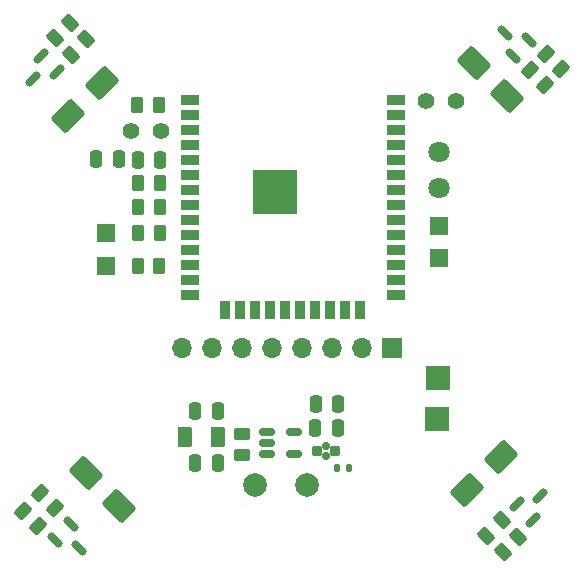
<source format=gbr>
%TF.GenerationSoftware,KiCad,Pcbnew,9.0.0-9.0.0-2~ubuntu22.04.1*%
%TF.CreationDate,2025-03-12T10:46:36+01:00*%
%TF.ProjectId,nano_drone,6e616e6f-5f64-4726-9f6e-652e6b696361,rev?*%
%TF.SameCoordinates,Original*%
%TF.FileFunction,Soldermask,Top*%
%TF.FilePolarity,Negative*%
%FSLAX46Y46*%
G04 Gerber Fmt 4.6, Leading zero omitted, Abs format (unit mm)*
G04 Created by KiCad (PCBNEW 9.0.0-9.0.0-2~ubuntu22.04.1) date 2025-03-12 10:46:36*
%MOMM*%
%LPD*%
G01*
G04 APERTURE LIST*
G04 Aperture macros list*
%AMRoundRect*
0 Rectangle with rounded corners*
0 $1 Rounding radius*
0 $2 $3 $4 $5 $6 $7 $8 $9 X,Y pos of 4 corners*
0 Add a 4 corners polygon primitive as box body*
4,1,4,$2,$3,$4,$5,$6,$7,$8,$9,$2,$3,0*
0 Add four circle primitives for the rounded corners*
1,1,$1+$1,$2,$3*
1,1,$1+$1,$4,$5*
1,1,$1+$1,$6,$7*
1,1,$1+$1,$8,$9*
0 Add four rect primitives between the rounded corners*
20,1,$1+$1,$2,$3,$4,$5,0*
20,1,$1+$1,$4,$5,$6,$7,0*
20,1,$1+$1,$6,$7,$8,$9,0*
20,1,$1+$1,$8,$9,$2,$3,0*%
G04 Aperture macros list end*
%ADD10RoundRect,0.150000X-0.309359X-0.521491X0.521491X0.309359X0.309359X0.521491X-0.521491X-0.309359X0*%
%ADD11RoundRect,0.250000X0.247487X1.166726X-1.166726X-0.247487X-0.247487X-1.166726X1.166726X0.247487X0*%
%ADD12RoundRect,0.250000X0.262500X0.450000X-0.262500X0.450000X-0.262500X-0.450000X0.262500X-0.450000X0*%
%ADD13RoundRect,0.250000X-1.166726X0.247487X0.247487X-1.166726X1.166726X-0.247487X-0.247487X1.166726X0*%
%ADD14R,1.500000X1.500000*%
%ADD15R,2.000000X2.000000*%
%ADD16R,1.500000X0.900000*%
%ADD17R,0.900000X1.500000*%
%ADD18C,0.600000*%
%ADD19R,3.800000X3.800000*%
%ADD20RoundRect,0.250000X0.503814X0.132583X0.132583X0.503814X-0.503814X-0.132583X-0.132583X-0.503814X0*%
%ADD21C,1.400000*%
%ADD22RoundRect,0.250000X-0.250000X-0.475000X0.250000X-0.475000X0.250000X0.475000X-0.250000X0.475000X0*%
%ADD23RoundRect,0.250000X-0.262500X-0.450000X0.262500X-0.450000X0.262500X0.450000X-0.262500X0.450000X0*%
%ADD24RoundRect,0.250000X-0.503814X-0.132583X-0.132583X-0.503814X0.503814X0.132583X0.132583X0.503814X0*%
%ADD25RoundRect,0.250000X0.250000X0.475000X-0.250000X0.475000X-0.250000X-0.475000X0.250000X-0.475000X0*%
%ADD26RoundRect,0.250000X0.132583X-0.503814X0.503814X-0.132583X-0.132583X0.503814X-0.503814X0.132583X0*%
%ADD27RoundRect,0.250000X-0.375000X-0.625000X0.375000X-0.625000X0.375000X0.625000X-0.375000X0.625000X0*%
%ADD28RoundRect,0.250000X-0.132583X0.503814X-0.503814X0.132583X0.132583X-0.503814X0.503814X-0.132583X0*%
%ADD29C,1.800000*%
%ADD30RoundRect,0.150000X0.521491X-0.309359X-0.309359X0.521491X-0.521491X0.309359X0.309359X-0.521491X0*%
%ADD31RoundRect,0.150000X0.309359X0.521491X-0.521491X-0.309359X-0.309359X-0.521491X0.521491X0.309359X0*%
%ADD32R,1.700000X1.700000*%
%ADD33O,1.700000X1.700000*%
%ADD34RoundRect,0.250000X1.166726X-0.247487X-0.247487X1.166726X-1.166726X0.247487X0.247487X-1.166726X0*%
%ADD35RoundRect,0.102000X-0.300000X-0.300000X0.300000X-0.300000X0.300000X0.300000X-0.300000X0.300000X0*%
%ADD36RoundRect,0.102000X-0.200000X-0.200000X0.200000X-0.200000X0.200000X0.200000X-0.200000X0.200000X0*%
%ADD37RoundRect,0.250000X-0.450000X0.262500X-0.450000X-0.262500X0.450000X-0.262500X0.450000X0.262500X0*%
%ADD38C,2.000000*%
%ADD39RoundRect,0.150000X-0.512500X-0.150000X0.512500X-0.150000X0.512500X0.150000X-0.512500X0.150000X0*%
%ADD40RoundRect,0.250000X-0.247487X-1.166726X1.166726X0.247487X0.247487X1.166726X-1.166726X-0.247487X0*%
%ADD41RoundRect,0.147500X-0.147500X-0.172500X0.147500X-0.172500X0.147500X0.172500X-0.147500X0.172500X0*%
%ADD42RoundRect,0.150000X-0.521491X0.309359X0.309359X-0.521491X0.521491X-0.309359X-0.309359X0.521491X0*%
G04 APERTURE END LIST*
D10*
%TO.C,Q3*%
X168238038Y-118446393D03*
X169581541Y-119789896D03*
X170235615Y-117792319D03*
%TD*%
D11*
%TO.C,D2*%
X133084360Y-82796071D03*
X130255932Y-85624499D03*
%TD*%
D12*
%TO.C,R2*%
X137959360Y-98296071D03*
X136134360Y-98296071D03*
%TD*%
D13*
%TO.C,D5*%
X131755932Y-115792643D03*
X134584360Y-118621071D03*
%TD*%
D14*
%TO.C,TP5*%
X161638038Y-97596393D03*
%TD*%
D15*
%TO.C,TP1*%
X161504360Y-111236071D03*
%TD*%
D16*
%TO.C,U1*%
X140538038Y-84266393D03*
X140538038Y-85536393D03*
X140538038Y-86806393D03*
X140538038Y-88076393D03*
X140538038Y-89346393D03*
X140538038Y-90616393D03*
X140538038Y-91886393D03*
X140538038Y-93156393D03*
X140538038Y-94426393D03*
X140538038Y-95696393D03*
X140538038Y-96966393D03*
X140538038Y-98236393D03*
X140538038Y-99506393D03*
X140538038Y-100776393D03*
D17*
X143578038Y-102026393D03*
X144848038Y-102026393D03*
X146118038Y-102026393D03*
X147388038Y-102026393D03*
X148658038Y-102026393D03*
X149928038Y-102026393D03*
X151198038Y-102026393D03*
X152468038Y-102026393D03*
X153738038Y-102026393D03*
X155008038Y-102026393D03*
D16*
X158038038Y-100776393D03*
X158038038Y-99506393D03*
X158038038Y-98236393D03*
X158038038Y-96966393D03*
X158038038Y-95696393D03*
X158038038Y-94426393D03*
X158038038Y-93156393D03*
X158038038Y-91886393D03*
X158038038Y-90616393D03*
X158038038Y-89346393D03*
X158038038Y-88076393D03*
X158038038Y-86806393D03*
X158038038Y-85536393D03*
X158038038Y-84266393D03*
D18*
X146388038Y-91286393D03*
X146388038Y-92686393D03*
X147088038Y-90586393D03*
X147088038Y-91986393D03*
X147088038Y-93386393D03*
X147763038Y-91286393D03*
X147763038Y-92686393D03*
D19*
X147788038Y-91986393D03*
D18*
X148488038Y-90586393D03*
X148488038Y-91986393D03*
X148488038Y-93386393D03*
X149188038Y-91286393D03*
X149188038Y-92686393D03*
%TD*%
D20*
%TO.C,R12*%
X172004595Y-81591306D03*
X170714125Y-80300836D03*
%TD*%
D12*
%TO.C,R1*%
X138009360Y-95496071D03*
X136184360Y-95496071D03*
%TD*%
D21*
%TO.C,JP2*%
X160588038Y-84296393D03*
X163128038Y-84296393D03*
%TD*%
D22*
%TO.C,C1*%
X132634360Y-89246071D03*
X134534360Y-89246071D03*
%TD*%
D23*
%TO.C,R4*%
X136213038Y-91296393D03*
X138038038Y-91296393D03*
%TD*%
D24*
%TO.C,R10*%
X127843890Y-117505601D03*
X129134360Y-118796071D03*
%TD*%
D25*
%TO.C,C3*%
X142938038Y-114996393D03*
X141038038Y-114996393D03*
%TD*%
D24*
%TO.C,R14*%
X126418890Y-119005601D03*
X127709360Y-120296071D03*
%TD*%
D25*
%TO.C,C4*%
X142938038Y-110596393D03*
X141038038Y-110596393D03*
%TD*%
D26*
%TO.C,R9*%
X165668890Y-121111541D03*
X166959360Y-119821071D03*
%TD*%
D27*
%TO.C,F1*%
X140138038Y-112796393D03*
X142938038Y-112796393D03*
%TD*%
D21*
%TO.C,JP1*%
X135588038Y-86896393D03*
X138128038Y-86896393D03*
%TD*%
D26*
%TO.C,R13*%
X167043890Y-122536541D03*
X168334360Y-121246071D03*
%TD*%
D28*
%TO.C,R11*%
X130399830Y-77680601D03*
X129109360Y-78971071D03*
%TD*%
D29*
%TO.C,H4*%
X161638038Y-91696393D03*
%TD*%
D14*
%TO.C,TP2*%
X133484360Y-95496071D03*
%TD*%
D30*
%TO.C,Q2*%
X167929199Y-80531057D03*
X169272702Y-79187554D03*
X167275125Y-78533480D03*
%TD*%
D14*
%TO.C,TP4*%
X161638038Y-94896393D03*
%TD*%
D29*
%TO.C,H3*%
X161638038Y-88596393D03*
%TD*%
D31*
%TO.C,Q1*%
X129294024Y-81829910D03*
X127950521Y-80486407D03*
X127296447Y-82483984D03*
%TD*%
D12*
%TO.C,R5*%
X138038038Y-93296393D03*
X136213038Y-93296393D03*
%TD*%
D32*
%TO.C,J1*%
X157694360Y-105236071D03*
D33*
X155154360Y-105236071D03*
X152614360Y-105236071D03*
X150074360Y-105236071D03*
X147534360Y-105236071D03*
X144994360Y-105236071D03*
X142454360Y-105236071D03*
X139914360Y-105236071D03*
%TD*%
D34*
%TO.C,D3*%
X167423574Y-83935285D03*
X164595146Y-81106857D03*
%TD*%
D35*
%TO.C,FL1*%
X151288038Y-113946393D03*
X152888038Y-113946393D03*
D36*
X152088038Y-114346393D03*
X152088038Y-113546393D03*
%TD*%
D37*
%TO.C,R6*%
X144938038Y-112471393D03*
X144938038Y-114296393D03*
%TD*%
D38*
%TO.C,H2*%
X146038038Y-116846393D03*
%TD*%
D15*
%TO.C,TP6*%
X161574360Y-107736071D03*
%TD*%
D28*
%TO.C,R7*%
X131774830Y-79105601D03*
X130484360Y-80396071D03*
%TD*%
D20*
%TO.C,R8*%
X170629595Y-82966306D03*
X169339125Y-81675836D03*
%TD*%
D22*
%TO.C,C5*%
X151238038Y-109996393D03*
X153138038Y-109996393D03*
%TD*%
D39*
%TO.C,U2*%
X147100538Y-112346393D03*
X147100538Y-113296393D03*
X147100538Y-114246393D03*
X149375538Y-114246393D03*
X149375538Y-112346393D03*
%TD*%
D38*
%TO.C,H1*%
X150488038Y-116846393D03*
%TD*%
D12*
%TO.C,R3*%
X137938038Y-84696393D03*
X136113038Y-84696393D03*
%TD*%
D22*
%TO.C,C2*%
X136138038Y-89296393D03*
X138038038Y-89296393D03*
%TD*%
D40*
%TO.C,D4*%
X164045146Y-117260285D03*
X166873574Y-114431857D03*
%TD*%
D22*
%TO.C,C6*%
X151188038Y-111996393D03*
X153088038Y-111996393D03*
%TD*%
D14*
%TO.C,TP3*%
X133484360Y-98296071D03*
%TD*%
D41*
%TO.C,D1*%
X153049360Y-115421071D03*
X154019360Y-115421071D03*
%TD*%
D42*
%TO.C,Q4*%
X130496877Y-120161729D03*
X129153374Y-121505232D03*
X131150951Y-122159306D03*
%TD*%
M02*

</source>
